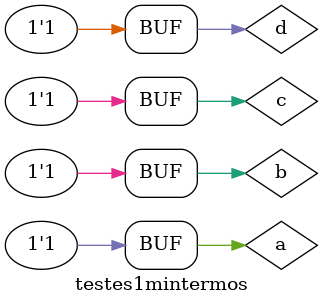
<source format=v>


module s1mintermos (s1,a,b,c,d);
output s1;
input a,b,c,d;
wire t1,t2,t3,t4,t5,t,t7,t8,t9,t10;

and AND1(t1,~a,~b,c,d);
and AND2(t2,~a,b,~c,d);
and AND3 (t3, ~a,b,c,~d);
and AND4 (t4,~a,b,c,d);
and AND5 (t5,a,~b,~c,d);
and AND6 (t6,a,~b,c,~d);
and AND7 (t7,a,~b,c,d);
and AND8 (t8,a,b,~c,~d);
and AND9 (t9,a,b,~c,d);
and AND10 (t10,a,b,c,~d);

or OR1 (s1,t1,t2,t3,t4,t5,t6,t7,t8,t9,t10); 

endmodule //fim s1mintermos

// ---------------------
// -- teste s1 com mintermos
// ---------------------

module testes1mintermos;

wire s1;
reg a,b,c,d;

s1mintermos Teste (s1,a,b,c,d);

 initial begin
      $display("\na  b   c   d  s1\n");
      $monitor("%b  %b   %b   %b  %b", a, b, c, d, s1);
  
	     a=0; b=0; c=0; d=0;  
    #1  a=0; b=0; c=0; d=1;
    #1  a=0; b=0; c=1; d=0;
    #1  a=0; b=0; c=1; d=1;
    #1  a=0; b=1; c=0; d=0;
 	 #1  a=0; b=1; c=0; d=1;
    #1  a=0; b=1; c=1; d=0;
    #1  a=0; b=1; c=1; d=1;
    #1  a=1; b=0; c=0; d=0;
    #1  a=1; b=0; c=0; d=1;
    #1  a=1; b=0; c=1; d=0;
    #1  a=1; b=0; c=1; d=1;
    #1  a=1; b=1; c=0; d=0;
    #1  a=1; b=1; c=0; d=1;
    #1  a=1; b=1; c=1; d=0;
    #1  a=1; b=1; c=1; d=1;

    end
    endmodule

//fim testes1mintermos
</source>
